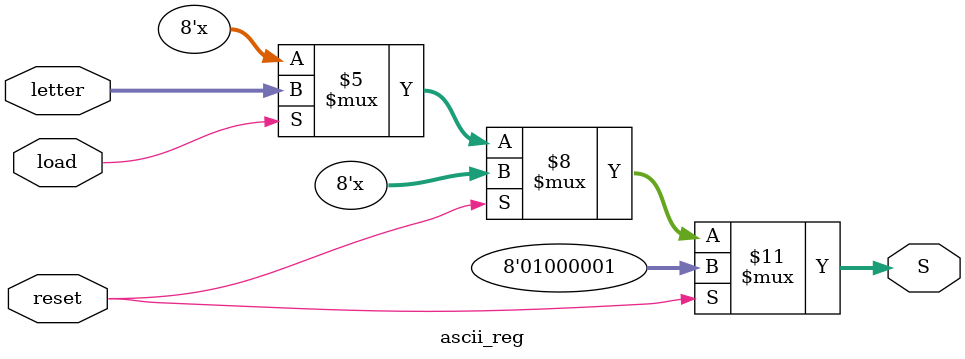
<source format=v>
`timescale 1ns / 1ns

/*
A 8-bit register, designed to hold a ascii value.
Contains a load bit, dictating whether this register is to hold the value.
Contains an asynchronous reset. Defaults to "A" (where the value is represented
as 8d'41)

Note that both load and reset are active-high.
*/
module ascii_reg (
  output reg [7:0] S,
  input load,
  input reset,
  input [7:0] letter
  );

  localparam CHAR_A = 8'h41; // see ascii decoder for ASIC-- notepad.
  localparam ON = 1'b1;

  always @ (*)
  begin: load_reset
    // check if reset
    if (reset == ON)
      S = CHAR_A;
    else if (load == ON)
      S = letter; // load must have triggered this.
  end // load_reset
  
endmodule //ascii_reg

</source>
